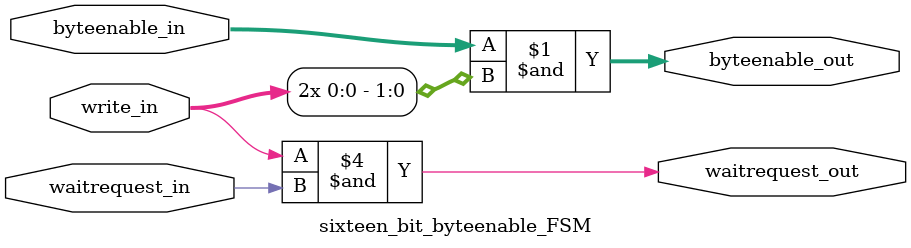
<source format=v>


/*

  This logic recieves a potentially unsupported byte enable combination and
  breaks it down into supported byte enable combinations to the fabric.
  
  For example if a 64-bit write master wants to write
  to addresses 0x1 and beyond, this maps to address 0x0 with byte enables
  "11111110" asserted.  This does not contain a power of two of neighbooring
  asserted bits.  Instead this block will convert this into three writes
  all of which are supported:  "00000010", "00001100", and "11110000".  When
  this block breaks a transfer down it asserts stall so that the rest of the
  master logic will keep the outputs constant.
  
  Revision History:
  
  1.0  Initial version - Used a word distance to calculate which lanes to enable.
  
  1.1  Re-encoded version - Uses byte enables directly to calculate which lanes
                            to enable.  This allows byte enables in the middle
                            of a word to be supported as well such as '0110'.

  1.2  Bug fix to include the waitrequest for state transitions when the byte
       enable width is greater than 2.

  1.3  Added support for 64 and 128-bit byte enables (for 512/1024 bit data paths)

*/



// synthesis translate_off
`timescale 1ns / 1ps
// synthesis translate_on

// turn off superfluous verilog processor warnings 
// altera message_level Level1 
// altera message_off 10034 10035 10036 10037 10230 10240 10030 



module byte_enable_generator (
  clk,
  reset,

  // master side
  write_in,
  byteenable_in,
  waitrequest_out,

  // fabric side
  byteenable_out,
  waitrequest_in
);

  parameter BYTEENABLE_WIDTH = 4;   // valid byteenable widths are 1, 2, 4, 8, 16, 32, 64, and 128

  input clk;
  input reset;

  input write_in;                              // will enable state machine logic
  input [BYTEENABLE_WIDTH-1:0] byteenable_in;  // byteenables from master which contain unsupported groupings of byte lanes to be converted
  output wire waitrequest_out;                 // used to stall the master when fabric asserts waitrequest or access needs to be broken down

  output wire [BYTEENABLE_WIDTH-1:0] byteenable_out;   // supported byte enables to the fabric
  input waitrequest_in;                                // waitrequest from the fabric


generate
  if (BYTEENABLE_WIDTH == 1)  // for completeness...
  begin
      assign byteenable_out = byteenable_in;
      assign waitrequest_out = waitrequest_in;
  end
  else if (BYTEENABLE_WIDTH == 2)
  begin
      sixteen_bit_byteenable_FSM the_sixteen_bit_byteenable_FSM (   // pass through for the most part like the 1 bit case, has it's own module since the 4 bit module uses it
        .write_in (write_in),
        .byteenable_in (byteenable_in),
        .waitrequest_out (waitrequest_out),
        .byteenable_out (byteenable_out),
        .waitrequest_in (waitrequest_in)
      );  
  end
  else if (BYTEENABLE_WIDTH == 4)
  begin
      thirty_two_bit_byteenable_FSM the_thirty_two_bit_byteenable_FSM(
        .clk (clk),
        .reset (reset),
        .write_in (write_in),
        .byteenable_in (byteenable_in),
        .waitrequest_out (waitrequest_out),
        .byteenable_out (byteenable_out),
        .waitrequest_in (waitrequest_in)
      );  
  end
  else if (BYTEENABLE_WIDTH == 8)
  begin
      sixty_four_bit_byteenable_FSM the_sixty_four_bit_byteenable_FSM(
        .clk (clk),
        .reset (reset),
        .write_in (write_in),
        .byteenable_in (byteenable_in),
        .waitrequest_out (waitrequest_out),
        .byteenable_out (byteenable_out),
        .waitrequest_in (waitrequest_in)
      );  
  end
  else if (BYTEENABLE_WIDTH == 16)
  begin
      one_hundred_twenty_eight_bit_byteenable_FSM the_one_hundred_twenty_eight_bit_byteenable_FSM(
        .clk (clk),
        .reset (reset),
        .write_in (write_in),
        .byteenable_in (byteenable_in),
        .waitrequest_out (waitrequest_out),
        .byteenable_out (byteenable_out),
        .waitrequest_in (waitrequest_in)
      );  
  end
  else if (BYTEENABLE_WIDTH == 32)
  begin
      two_hundred_fifty_six_bit_byteenable_FSM the_two_hundred_fifty_six_bit_byteenable_FSM(
        .clk (clk),
        .reset (reset),
        .write_in (write_in),
        .byteenable_in (byteenable_in),
        .waitrequest_out (waitrequest_out),
        .byteenable_out (byteenable_out),
        .waitrequest_in (waitrequest_in)
      );
  end
  else if (BYTEENABLE_WIDTH == 64)
  begin
      five_hundred_twelve_bit_byteenable_FSM the_five_hundred_twelve_bit_byteenable_FSM (
        .clk (clk),
        .reset (reset),
        .write_in (write_in),
        .byteenable_in (byteenable_in),
        .waitrequest_out (waitrequest_out),
        .byteenable_out (byteenable_out),
        .waitrequest_in (waitrequest_in)
      );
  end
  else if (BYTEENABLE_WIDTH == 128)
  begin
      one_thousand_twenty_four_byteenable_FSM the_one_thousand_twenty_four_byteenable_FSM (
        .clk (clk),
        .reset (reset),
        .write_in (write_in),
        .byteenable_in (byteenable_in),
        .waitrequest_out (waitrequest_out),
        .byteenable_out (byteenable_out),
        .waitrequest_in (waitrequest_in)
      );
  end
endgenerate

endmodule





module one_thousand_twenty_four_byteenable_FSM (
  clk,
  reset,

  write_in,
  byteenable_in,
  waitrequest_out,

  byteenable_out,
  waitrequest_in
);

  input clk;
  input reset;

  input write_in;
  input [127:0] byteenable_in;
  output wire waitrequest_out;

  output wire [127:0] byteenable_out; 
  input waitrequest_in;


  // internal statemachine signals
  wire partial_lower_half_transfer;
  wire full_lower_half_transfer;
  wire partial_upper_half_transfer;
  wire full_upper_half_transfer;
  wire full_word_transfer;
  reg state_bit;
  wire transfer_done;
  wire advance_to_next_state;
  wire lower_enable;
  wire upper_enable;
  wire lower_stall;
  wire upper_stall;
  wire two_stage_transfer;


  always @ (posedge clk or posedge reset)
  begin
    if (reset)
    begin
      state_bit <= 0;
    end
    else
    begin
      if (transfer_done == 1)
      begin
        state_bit <= 0;
      end
      else if (advance_to_next_state == 1)
      begin
        state_bit <= 1;
      end
    end
  end

  assign partial_lower_half_transfer = (byteenable_in[63:0] != 0);
  assign full_lower_half_transfer = (byteenable_in[63:0] == 64'hFFFFFFFFFFFFFFFF);
  assign partial_upper_half_transfer = (byteenable_in[127:64] != 0);
  assign full_upper_half_transfer = (byteenable_in[127:64] == 64'hFFFFFFFFFFFFFFFF);
  assign full_word_transfer = (full_lower_half_transfer == 1) & (full_upper_half_transfer == 1);
  assign two_stage_transfer = (full_word_transfer == 0) & (partial_lower_half_transfer == 1) & (partial_upper_half_transfer == 1);

  assign advance_to_next_state = (two_stage_transfer == 1) & (lower_stall == 0) & (write_in == 1) & (state_bit == 0) & (waitrequest_in == 0);  // partial lower half transfer completed and there are bytes in the upper half that need to go out still

  assign transfer_done = ((full_word_transfer == 1) & (waitrequest_in == 0) & (write_in == 1)) | // full word transfer complete
                         ((two_stage_transfer == 0) & (lower_stall == 0) & (upper_stall == 0) & (write_in == 1) & (waitrequest_in == 0)) | // partial upper or lower half transfer complete
                         ((two_stage_transfer == 1) & (state_bit == 1) & (upper_stall == 0) & (write_in == 1) & (waitrequest_in == 0));  // partial upper and lower half transfers complete

  assign lower_enable = ((write_in == 1) & (full_word_transfer == 1)) |  // full word transfer
                        ((write_in == 1) & (two_stage_transfer == 0) & (partial_lower_half_transfer == 1)) | // only a partial lower half transfer
                        ((write_in == 1) & (two_stage_transfer == 1) & (partial_lower_half_transfer == 1) & (state_bit == 0));  // partial lower half transfer (to be followed by an upper half transfer)

  assign upper_enable = ((write_in == 1) & (full_word_transfer == 1)) |  // full word transfer
                        ((write_in == 1) & (two_stage_transfer == 0) & (partial_upper_half_transfer == 1)) | // only a partial upper half transfer
                        ((write_in == 1) & (two_stage_transfer == 1) & (partial_upper_half_transfer == 1) & (state_bit == 1));  // partial upper half transfer (after the lower half transfer)

  five_hundred_twelve_bit_byteenable_FSM lower_five_hundred_twelve_bit_byteenable_FSM (
    .clk (clk),
    .reset (reset),
    .write_in (lower_enable),
    .byteenable_in (byteenable_in[63:0]),
    .waitrequest_out (lower_stall),    
    .byteenable_out (byteenable_out[63:0]),
    .waitrequest_in (waitrequest_in)
  );

  five_hundred_twelve_bit_byteenable_FSM upper_five_hundred_twelve_bit_byteenable_FSM (
    .clk (clk),
    .reset (reset),
    .write_in (upper_enable),
    .byteenable_in (byteenable_in[127:64]),
    .waitrequest_out (upper_stall),    
    .byteenable_out (byteenable_out[127:64]),
    .waitrequest_in (waitrequest_in)
  );

  assign waitrequest_out = (waitrequest_in == 1) | ((transfer_done == 0) & (write_in == 1));

endmodule






module five_hundred_twelve_bit_byteenable_FSM (
  clk,
  reset,

  write_in,
  byteenable_in,
  waitrequest_out,

  byteenable_out,
  waitrequest_in
);


  input clk;
  input reset;

  input write_in;
  input [63:0] byteenable_in;
  output wire waitrequest_out;

  output wire [63:0] byteenable_out; 
  input waitrequest_in;


  // internal statemachine signals
  wire partial_lower_half_transfer;
  wire full_lower_half_transfer;
  wire partial_upper_half_transfer;
  wire full_upper_half_transfer;
  wire full_word_transfer;
  reg state_bit;
  wire transfer_done;
  wire advance_to_next_state;
  wire lower_enable;
  wire upper_enable;
  wire lower_stall;
  wire upper_stall;
  wire two_stage_transfer;


  always @ (posedge clk or posedge reset)
  begin
    if (reset)
    begin
      state_bit <= 0;
    end
    else
    begin
      if (transfer_done == 1)
      begin
        state_bit <= 0;
      end
      else if (advance_to_next_state == 1)
      begin
        state_bit <= 1;
      end
    end
  end

  assign partial_lower_half_transfer = (byteenable_in[31:0] != 0);
  assign full_lower_half_transfer = (byteenable_in[31:0] == 32'hFFFFFFFF);
  assign partial_upper_half_transfer = (byteenable_in[63:32] != 0);
  assign full_upper_half_transfer = (byteenable_in[63:32] == 32'hFFFFFFFF);
  assign full_word_transfer = (full_lower_half_transfer == 1) & (full_upper_half_transfer == 1);
  assign two_stage_transfer = (full_word_transfer == 0) & (partial_lower_half_transfer == 1) & (partial_upper_half_transfer == 1);

  assign advance_to_next_state = (two_stage_transfer == 1) & (lower_stall == 0) & (write_in == 1) & (state_bit == 0) & (waitrequest_in == 0);  // partial lower half transfer completed and there are bytes in the upper half that need to go out still

  assign transfer_done = ((full_word_transfer == 1) & (waitrequest_in == 0) & (write_in == 1)) | // full word transfer complete
                         ((two_stage_transfer == 0) & (lower_stall == 0) & (upper_stall == 0) & (write_in == 1) & (waitrequest_in == 0)) | // partial upper or lower half transfer complete
                         ((two_stage_transfer == 1) & (state_bit == 1) & (upper_stall == 0) & (write_in == 1) & (waitrequest_in == 0));  // partial upper and lower half transfers complete

  assign lower_enable = ((write_in == 1) & (full_word_transfer == 1)) |  // full word transfer
                        ((write_in == 1) & (two_stage_transfer == 0) & (partial_lower_half_transfer == 1)) | // only a partial lower half transfer
                        ((write_in == 1) & (two_stage_transfer == 1) & (partial_lower_half_transfer == 1) & (state_bit == 0));  // partial lower half transfer (to be followed by an upper half transfer)

  assign upper_enable = ((write_in == 1) & (full_word_transfer == 1)) |  // full word transfer
                        ((write_in == 1) & (two_stage_transfer == 0) & (partial_upper_half_transfer == 1)) | // only a partial upper half transfer
                        ((write_in == 1) & (two_stage_transfer == 1) & (partial_upper_half_transfer == 1) & (state_bit == 1));  // partial upper half transfer (after the lower half transfer)

  two_hundred_fifty_six_bit_byteenable_FSM lower_two_hundred_fifty_six_bit_byteenable_FSM (
    .clk (clk),
    .reset (reset),
    .write_in (lower_enable),
    .byteenable_in (byteenable_in[31:0]),
    .waitrequest_out (lower_stall),    
    .byteenable_out (byteenable_out[31:0]),
    .waitrequest_in (waitrequest_in)
  );

  two_hundred_fifty_six_bit_byteenable_FSM upper_two_hundred_fifty_six_bit_byteenable_FSM (
    .clk (clk),
    .reset (reset),
    .write_in (upper_enable),
    .byteenable_in (byteenable_in[63:32]),
    .waitrequest_out (upper_stall),    
    .byteenable_out (byteenable_out[63:32]),
    .waitrequest_in (waitrequest_in)
  );

  assign waitrequest_out = (waitrequest_in == 1) | ((transfer_done == 0) & (write_in == 1));

endmodule





module two_hundred_fifty_six_bit_byteenable_FSM (
  clk,
  reset,

  write_in,
  byteenable_in,
  waitrequest_out,

  byteenable_out,
  waitrequest_in
);


  input clk;
  input reset;

  input write_in;
  input [31:0] byteenable_in;
  output wire waitrequest_out;

  output wire [31:0] byteenable_out; 
  input waitrequest_in;


  // internal statemachine signals
  wire partial_lower_half_transfer;
  wire full_lower_half_transfer;
  wire partial_upper_half_transfer;
  wire full_upper_half_transfer;
  wire full_word_transfer;
  reg state_bit;
  wire transfer_done;
  wire advance_to_next_state;
  wire lower_enable;
  wire upper_enable;
  wire lower_stall;
  wire upper_stall;
  wire two_stage_transfer;


  always @ (posedge clk or posedge reset)
  begin
    if (reset)
    begin
      state_bit <= 0;
    end
    else
    begin
      if (transfer_done == 1)
      begin
        state_bit <= 0;
      end
      else if (advance_to_next_state == 1)
      begin
        state_bit <= 1;
      end
    end
  end

  assign partial_lower_half_transfer = (byteenable_in[15:0] != 0);
  assign full_lower_half_transfer = (byteenable_in[15:0] == 16'hFFFF);
  assign partial_upper_half_transfer = (byteenable_in[31:16] != 0);
  assign full_upper_half_transfer = (byteenable_in[31:16] == 16'hFFFF);
  assign full_word_transfer = (full_lower_half_transfer == 1) & (full_upper_half_transfer == 1);
  assign two_stage_transfer = (full_word_transfer == 0) & (partial_lower_half_transfer == 1) & (partial_upper_half_transfer == 1);

  assign advance_to_next_state = (two_stage_transfer == 1) & (lower_stall == 0) & (write_in == 1) & (state_bit == 0) & (waitrequest_in == 0);  // partial lower half transfer completed and there are bytes in the upper half that need to go out still

  assign transfer_done = ((full_word_transfer == 1) & (waitrequest_in == 0) & (write_in == 1)) | // full word transfer complete
                         ((two_stage_transfer == 0) & (lower_stall == 0) & (upper_stall == 0) & (write_in == 1) & (waitrequest_in == 0)) | // partial upper or lower half transfer complete
                         ((two_stage_transfer == 1) & (state_bit == 1) & (upper_stall == 0) & (write_in == 1) & (waitrequest_in == 0));  // partial upper and lower half transfers complete

  assign lower_enable = ((write_in == 1) & (full_word_transfer == 1)) |  // full word transfer
                        ((write_in == 1) & (two_stage_transfer == 0) & (partial_lower_half_transfer == 1)) | // only a partial lower half transfer
                        ((write_in == 1) & (two_stage_transfer == 1) & (partial_lower_half_transfer == 1) & (state_bit == 0));  // partial lower half transfer (to be followed by an upper half transfer)

  assign upper_enable = ((write_in == 1) & (full_word_transfer == 1)) |  // full word transfer
                        ((write_in == 1) & (two_stage_transfer == 0) & (partial_upper_half_transfer == 1)) | // only a partial upper half transfer
                        ((write_in == 1) & (two_stage_transfer == 1) & (partial_upper_half_transfer == 1) & (state_bit == 1));  // partial upper half transfer (after the lower half transfer)

  one_hundred_twenty_eight_bit_byteenable_FSM lower_one_hundred_twenty_eight_bit_byteenable_FSM (
    .clk (clk),
    .reset (reset),
    .write_in (lower_enable),
    .byteenable_in (byteenable_in[15:0]),
    .waitrequest_out (lower_stall),    
    .byteenable_out (byteenable_out[15:0]),
    .waitrequest_in (waitrequest_in)
  );

  one_hundred_twenty_eight_bit_byteenable_FSM upper_one_hundred_twenty_eight_bit_byteenable_FSM (
    .clk (clk),
    .reset (reset),
    .write_in (upper_enable),
    .byteenable_in (byteenable_in[31:16]),
    .waitrequest_out (upper_stall),    
    .byteenable_out (byteenable_out[31:16]),
    .waitrequest_in (waitrequest_in)
  );

  assign waitrequest_out = (waitrequest_in == 1) | ((transfer_done == 0) & (write_in == 1));

endmodule




module one_hundred_twenty_eight_bit_byteenable_FSM (
  clk,
  reset,

  write_in,
  byteenable_in,
  waitrequest_out,

  byteenable_out,
  waitrequest_in
);


  input clk;
  input reset;

  input write_in;
  input [15:0] byteenable_in;
  output wire waitrequest_out;

  output wire [15:0] byteenable_out; 
  input waitrequest_in;

  // internal statemachine signals
  wire partial_lower_half_transfer;
  wire full_lower_half_transfer;
  wire partial_upper_half_transfer;
  wire full_upper_half_transfer;
  wire full_word_transfer;
  reg state_bit;
  wire transfer_done;
  wire advance_to_next_state;
  wire lower_enable;
  wire upper_enable;
  wire lower_stall;
  wire upper_stall;
  wire two_stage_transfer;


  always @ (posedge clk or posedge reset)
  begin
    if (reset)
    begin
      state_bit <= 0;
    end
    else
    begin
      if (transfer_done == 1)
      begin
        state_bit <= 0;
      end
      else if (advance_to_next_state == 1)
      begin
        state_bit <= 1;
      end
    end
  end

  assign partial_lower_half_transfer = (byteenable_in[7:0] != 0);
  assign full_lower_half_transfer = (byteenable_in[7:0] == 8'hFF);
  assign partial_upper_half_transfer = (byteenable_in[15:8] != 0);
  assign full_upper_half_transfer = (byteenable_in[15:8] == 8'hFF);
  assign full_word_transfer = (full_lower_half_transfer == 1) & (full_upper_half_transfer == 1);
  assign two_stage_transfer = (full_word_transfer == 0) & (partial_lower_half_transfer == 1) & (partial_upper_half_transfer == 1);

  assign advance_to_next_state = (two_stage_transfer == 1) & (lower_stall == 0) & (write_in == 1) & (state_bit == 0) & (waitrequest_in == 0);  // partial lower half transfer completed and there are bytes in the upper half that need to go out still

  assign transfer_done = ((full_word_transfer == 1) & (waitrequest_in == 0) & (write_in == 1)) | // full word transfer complete
                         ((two_stage_transfer == 0) & (lower_stall == 0) & (upper_stall == 0) & (write_in == 1) & (waitrequest_in == 0)) | // partial upper or lower half transfer complete
                         ((two_stage_transfer == 1) & (state_bit == 1) & (upper_stall == 0) & (write_in == 1) & (waitrequest_in == 0));  // partial upper and lower half transfers complete

  assign lower_enable = ((write_in == 1) & (full_word_transfer == 1)) |  // full word transfer
                        ((write_in == 1) & (two_stage_transfer == 0) & (partial_lower_half_transfer == 1)) | // only a partial lower half transfer
                        ((write_in == 1) & (two_stage_transfer == 1) & (partial_lower_half_transfer == 1) & (state_bit == 0));  // partial lower half transfer (to be followed by an upper half transfer)

  assign upper_enable = ((write_in == 1) & (full_word_transfer == 1)) |  // full word transfer
                        ((write_in == 1) & (two_stage_transfer == 0) & (partial_upper_half_transfer == 1)) | // only a partial upper half transfer
                        ((write_in == 1) & (two_stage_transfer == 1) & (partial_upper_half_transfer == 1) & (state_bit == 1));  // partial upper half transfer (after the lower half transfer)

  sixty_four_bit_byteenable_FSM lower_sixty_four_bit_byteenable_FSM (
    .clk (clk),
    .reset (reset),
    .write_in (lower_enable),
    .byteenable_in (byteenable_in[7:0]),
    .waitrequest_out (lower_stall),    
    .byteenable_out (byteenable_out[7:0]),
    .waitrequest_in (waitrequest_in)
  );

  sixty_four_bit_byteenable_FSM upper_sixty_four_bit_byteenable_FSM (
    .clk (clk),
    .reset (reset),
    .write_in (upper_enable),
    .byteenable_in (byteenable_in[15:8]),
    .waitrequest_out (upper_stall),    
    .byteenable_out (byteenable_out[15:8]),
    .waitrequest_in (waitrequest_in)
  );

  assign waitrequest_out = (waitrequest_in == 1) | ((transfer_done == 0) & (write_in == 1));

endmodule




module sixty_four_bit_byteenable_FSM (
  clk,
  reset,

  write_in,
  byteenable_in,
  waitrequest_out,

  byteenable_out,
  waitrequest_in
);


  input clk;
  input reset;
  
  input write_in;
  input [7:0] byteenable_in;
  output wire waitrequest_out;

  output wire [7:0] byteenable_out; 
  input waitrequest_in;

  // internal statemachine signals
  wire partial_lower_half_transfer;
  wire full_lower_half_transfer;
  wire partial_upper_half_transfer;
  wire full_upper_half_transfer;
  wire full_word_transfer;
  reg state_bit;
  wire transfer_done;
  wire advance_to_next_state;
  wire lower_enable;
  wire upper_enable;
  wire lower_stall;
  wire upper_stall;
  wire two_stage_transfer;


  always @ (posedge clk or posedge reset)
  begin
    if (reset)
    begin
      state_bit <= 0;
    end
    else
    begin
      if (transfer_done == 1)
      begin
        state_bit <= 0;
      end
      else if (advance_to_next_state == 1)
      begin
        state_bit <= 1;
      end
    end
  end

  assign partial_lower_half_transfer = (byteenable_in[3:0] != 0);
  assign full_lower_half_transfer = (byteenable_in[3:0] == 4'hF);
  assign partial_upper_half_transfer = (byteenable_in[7:4] != 0);
  assign full_upper_half_transfer = (byteenable_in[7:4] == 4'hF);
  assign full_word_transfer = (full_lower_half_transfer == 1) & (full_upper_half_transfer == 1);
  assign two_stage_transfer = (full_word_transfer == 0) & (partial_lower_half_transfer == 1) & (partial_upper_half_transfer == 1);

  assign advance_to_next_state = (two_stage_transfer == 1) & (lower_stall == 0) & (write_in == 1) & (state_bit == 0) & (waitrequest_in == 0);  // partial lower half transfer completed and there are bytes in the upper half that need to go out still

  assign transfer_done = ((full_word_transfer == 1) & (waitrequest_in == 0) & (write_in == 1)) | // full word transfer complete
                         ((two_stage_transfer == 0) & (lower_stall == 0) & (upper_stall == 0) & (write_in == 1) & (waitrequest_in == 0)) | // partial upper or lower half transfer complete
                         ((two_stage_transfer == 1) & (state_bit == 1) & (upper_stall == 0) & (write_in == 1) & (waitrequest_in == 0));  // partial upper and lower half transfers complete

  assign lower_enable = ((write_in == 1) & (full_word_transfer == 1)) |  // full word transfer
                        ((write_in == 1) & (two_stage_transfer == 0) & (partial_lower_half_transfer == 1)) | // only a partial lower half transfer
                        ((write_in == 1) & (two_stage_transfer == 1) & (partial_lower_half_transfer == 1) & (state_bit == 0));  // partial lower half transfer (to be followed by an upper half transfer)

  assign upper_enable = ((write_in == 1) & (full_word_transfer == 1)) |  // full word transfer
                        ((write_in == 1) & (two_stage_transfer == 0) & (partial_upper_half_transfer == 1)) | // only a partial upper half transfer
                        ((write_in == 1) & (two_stage_transfer == 1) & (partial_upper_half_transfer == 1) & (state_bit == 1));  // partial upper half transfer (after the lower half transfer)

  thirty_two_bit_byteenable_FSM lower_thirty_two_bit_byteenable_FSM (
    .clk (clk),
    .reset (reset),
    .write_in (lower_enable),
    .byteenable_in (byteenable_in[3:0]),
    .waitrequest_out (lower_stall),    
    .byteenable_out (byteenable_out[3:0]),
    .waitrequest_in (waitrequest_in)
  );

  thirty_two_bit_byteenable_FSM upper_thirty_two_bit_byteenable_FSM (
    .clk (clk),
    .reset (reset),
    .write_in (upper_enable),
    .byteenable_in (byteenable_in[7:4]),
    .waitrequest_out (upper_stall),    
    .byteenable_out (byteenable_out[7:4]),
    .waitrequest_in (waitrequest_in)
  );

  assign waitrequest_out = (waitrequest_in == 1) | ((transfer_done == 0) & (write_in == 1));

endmodule



module thirty_two_bit_byteenable_FSM (
  clk,
  reset,

  write_in,
  byteenable_in,
  waitrequest_out,

  byteenable_out,
  waitrequest_in
);


  input clk;
  input reset;

  input write_in;
  input [3:0] byteenable_in;
  output wire waitrequest_out;

  output wire [3:0] byteenable_out; 
  input waitrequest_in;


  // internal statemachine signals
  wire partial_lower_half_transfer;
  wire full_lower_half_transfer;
  wire partial_upper_half_transfer;
  wire full_upper_half_transfer;
  wire full_word_transfer;
  reg state_bit;
  wire transfer_done;
  wire advance_to_next_state;
  wire lower_enable;
  wire upper_enable;
  wire lower_stall;
  wire upper_stall;
  wire two_stage_transfer;


  always @ (posedge clk or posedge reset)
  begin
    if (reset)
    begin
      state_bit <= 0;
    end
    else
    begin
      if (transfer_done == 1)
      begin
        state_bit <= 0;
      end
      else if (advance_to_next_state == 1)
      begin
        state_bit <= 1;
      end
    end
  end

  assign partial_lower_half_transfer = (byteenable_in[1:0] != 0);
  assign full_lower_half_transfer = (byteenable_in[1:0] == 2'h3);
  assign partial_upper_half_transfer = (byteenable_in[3:2] != 0);
  assign full_upper_half_transfer = (byteenable_in[3:2] == 2'h3);
  assign full_word_transfer = (full_lower_half_transfer == 1) & (full_upper_half_transfer == 1);
  assign two_stage_transfer = (full_word_transfer == 0) & (partial_lower_half_transfer == 1) & (partial_upper_half_transfer == 1);

  assign advance_to_next_state = (two_stage_transfer == 1) & (lower_stall == 0) & (write_in == 1) & (state_bit == 0) & (waitrequest_in == 0);  // partial lower half transfer completed and there are bytes in the upper half that need to go out still

  assign transfer_done = ((full_word_transfer == 1) & (waitrequest_in == 0) & (write_in == 1)) | // full word transfer complete
                         ((two_stage_transfer == 0) & (lower_stall == 0) & (upper_stall == 0) & (write_in == 1) & (waitrequest_in == 0)) | // partial upper or lower half transfer complete
                         ((two_stage_transfer == 1) & (state_bit == 1) & (upper_stall == 0) & (write_in == 1) & (waitrequest_in == 0));  // partial upper and lower half transfers complete

  assign lower_enable = ((write_in == 1) & (full_word_transfer == 1)) |  // full word transfer
                        ((write_in == 1) & (two_stage_transfer == 0) & (partial_lower_half_transfer == 1)) | // only a partial lower half transfer
                        ((write_in == 1) & (two_stage_transfer == 1) & (partial_lower_half_transfer == 1) & (state_bit == 0));  // partial lower half transfer (to be followed by an upper half transfer)

  assign upper_enable = ((write_in == 1) & (full_word_transfer == 1)) |  // full word transfer
                        ((write_in == 1) & (two_stage_transfer == 0) & (partial_upper_half_transfer == 1)) | // only a partial upper half transfer
                        ((write_in == 1) & (two_stage_transfer == 1) & (partial_upper_half_transfer == 1) & (state_bit == 1));  // partial upper half transfer (after the lower half transfer)

  sixteen_bit_byteenable_FSM lower_sixteen_bit_byteenable_FSM (
    .write_in (lower_enable),
    .byteenable_in (byteenable_in[1:0]),
    .waitrequest_out (lower_stall),    
    .byteenable_out (byteenable_out[1:0]),
    .waitrequest_in (waitrequest_in)
  );

  sixteen_bit_byteenable_FSM upper_sixteen_bit_byteenable_FSM (
    .write_in (upper_enable),
    .byteenable_in (byteenable_in[3:2]),
    .waitrequest_out (upper_stall),    
    .byteenable_out (byteenable_out[3:2]),
    .waitrequest_in (waitrequest_in)
  );

  assign waitrequest_out = (waitrequest_in == 1) | ((transfer_done == 0) & (write_in == 1));

endmodule




/**************************************************************************************************
  Fundament byte enable state machine for which 32, 64, 128, 256, 512, and 1024 bit byte enable
  statemachines will use to operate on groups of two byte enables.
***************************************************************************************************/
module sixteen_bit_byteenable_FSM (
  write_in,
  byteenable_in,
  waitrequest_out,

  byteenable_out,
  waitrequest_in
);

 
  input write_in;
  input [1:0] byteenable_in;
  output wire waitrequest_out;

  output wire [1:0] byteenable_out; 
  input waitrequest_in;

  assign byteenable_out = byteenable_in & {2{write_in}};          // all 2 bit byte enable pairs are supported, masked with write in to turn the byte lanes off when writing is disabled
  assign waitrequest_out = (write_in == 1) & (waitrequest_in == 1);  // transfer always completes on the first cycle unless waitrequest is asserted

endmodule

</source>
